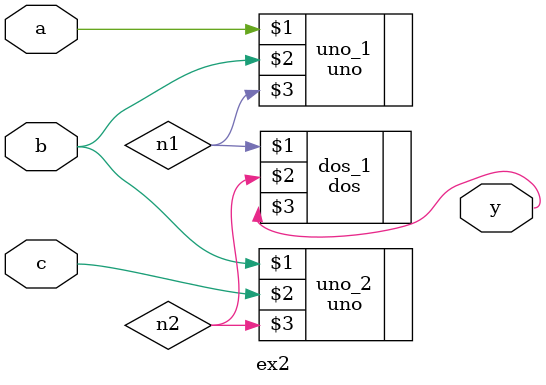
<source format=sv>
`timescale 1ns / 1ps


module ex2(
    input logic a,b,c,
    output logic y
    );
    logic n1,n2;
    uno uno_1(a,b,n1);
    uno uno_2(b,c,n2);
    dos dos_1(n1,n2,y);
endmodule

</source>
